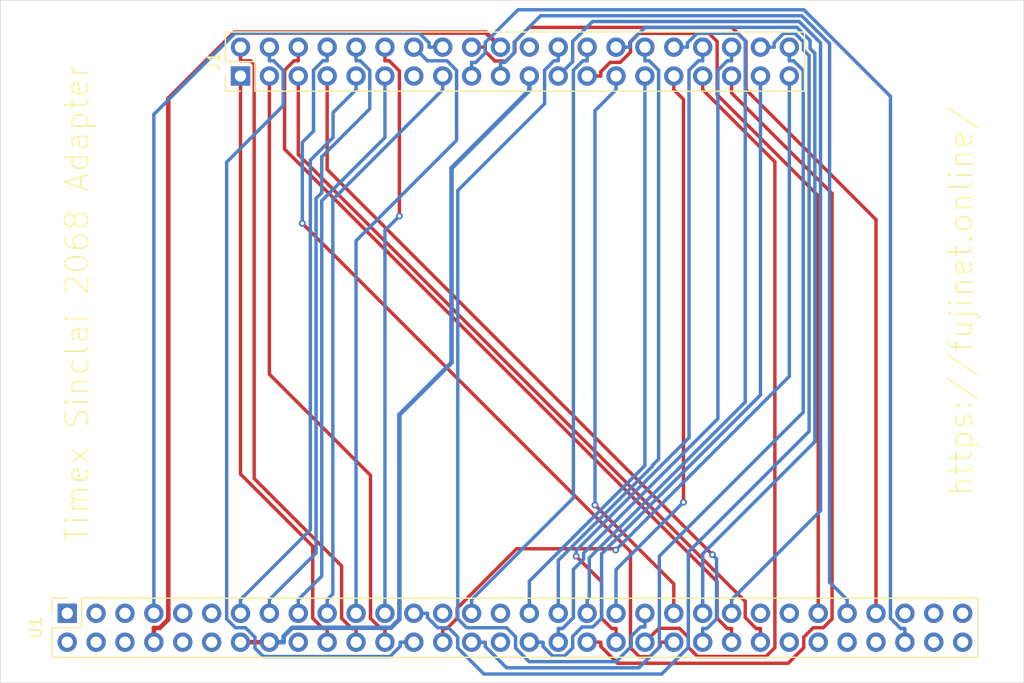
<source format=kicad_pcb>
(kicad_pcb (version 20240108) (generator "pcbnew") (generator_version "8.0")
  (layers (0 "F.Cu" signal) (31 "B.Cu" signal) (34 "B.Paste" user) (35 "F.Paste" user) (36 "B.SilkS" user "B.Silkscreen") (37 "F.SilkS" user "F.Silkscreen") (38 "B.Mask" user) (39 "F.Mask" user) (44 "Edge.Cuts" user))
  (net 0 "")
  (net 1 "/Z80_A10")
  (net 2 "/Z80_A9")
  (net 3 "/IORQ")
  (net 4 "/SPARE2")
  (net 5 "/WAIT")
  (net 6 "/Z80_A8")
  (net 7 "/SPARE4")
  (net 8 "/Z80_D3")
  (net 9 "/Z80_D0")
  (net 10 "/Z80_D2")
  (net 11 "/Z80_D6")
  (net 12 "/Z80_A13")
  (net 13 "/5V")
  (net 14 "/Z80_A7")
  (net 15 "/ROMCS")
  (net 16 "/BUSACK")
  (net 17 "/RD")
  (net 18 "/SPARE3")
  (net 19 "/Z80_A1")
  (net 20 "/Z80_A5")
  (net 21 "/Z80_A6")
  (net 22 "/GND")
  (net 23 "/MEMRQ")
  (net 24 "/RESET")
  (net 25 "/Z80_D1")
  (net 26 "/Z80_A12")
  (net 27 "/BUSRQ")
  (net 28 "/Z80_A0")
  (net 29 "/Z80_A4")
  (net 30 "/Z80_D7")
  (net 31 "/Z80_D4")
  (net 32 "/RW")
  (net 33 "/Z80_A3")
  (net 34 "/Z80_D5")
  (net 35 "/Z80_A14")
  (net 36 "/Z80_A15")
  (net 37 "/Z80_A11")
  (net 38 "/SPARE1")
  (net 39 "/Z80_A2")
  (net 40 "/NMI")
  (footprint "Connector_PinHeader_2.54mm:PinHeader_2x20_P2.54mm_Vertical" (layer "F.Cu") (at 77.724 97.536 90)
    (property "Reference" "J1" (at 1.27 -2.33 90) (layer "F.SilkS"))
    (property "Value" "HOST SYSTEM HEADER" (hide yes))
    (fp_line (start 3.87 -1.33) (end 3.87 49.59) (stroke (width 0.12)) (layer "F.SilkS"))
    (fp_line (start 1.27 -1.33) (end 3.87 -1.33) (stroke (width 0.12)) (layer "F.SilkS"))
    (fp_line (start -1.33 -1.33) (end 0 -1.33) (stroke (width 0.12)) (layer "F.SilkS"))
    (fp_line (start -1.33 0) (end -1.33 -1.33) (stroke (width 0.12)) (layer "F.SilkS"))
    (fp_line (start 1.27 1.27) (end 1.27 -1.33) (stroke (width 0.12)) (layer "F.SilkS"))
    (fp_line (start -1.33 1.27) (end 1.27 1.27) (stroke (width 0.12)) (layer "F.SilkS"))
    (fp_line (start -1.33 1.27) (end -1.33 49.59) (stroke (width 0.12)) (layer "F.SilkS"))
    (fp_line (start -1.33 49.59) (end 3.87 49.59) (stroke (width 0.12)) (layer "F.SilkS"))
    (pad "1" thru_hole rect (at 0 0 90) (size 1.7 1.7) (drill 1) (layers "*.Cu" "*.Mask") (net 28 "/Z80_A0"))
    (pad "2" thru_hole oval (at 2.54 0 90) (size 1.7 1.7) (drill 1) (layers "*.Cu" "*.Mask") (net 19 "/Z80_A1"))
    (pad "3" thru_hole oval (at 0 2.54 90) (size 1.7 1.7) (drill 1) (layers "*.Cu" "*.Mask") (net 39 "/Z80_A2"))
    (pad "4" thru_hole oval (at 2.54 2.54 90) (size 1.7 1.7) (drill 1) (layers "*.Cu" "*.Mask") (net 33 "/Z80_A3"))
    (pad "5" thru_hole oval (at 0 5.08 90) (size 1.7 1.7) (drill 1) (layers "*.Cu" "*.Mask") (net 29 "/Z80_A4"))
    (pad "6" thru_hole oval (at 2.54 5.08 90) (size 1.7 1.7) (drill 1) (layers "*.Cu" "*.Mask") (net 20 "/Z80_A5"))
    (pad "7" thru_hole oval (at 0 7.62 90) (size 1.7 1.7) (drill 1) (layers "*.Cu" "*.Mask") (net 21 "/Z80_A6"))
    (pad "8" thru_hole oval (at 2.54 7.62 90) (size 1.7 1.7) (drill 1) (layers "*.Cu" "*.Mask") (net 14 "/Z80_A7"))
    (pad "9" thru_hole oval (at 0 10.16 90) (size 1.7 1.7) (drill 1) (layers "*.Cu" "*.Mask") (net 9 "/Z80_D0"))
    (pad "10" thru_hole oval (at 2.54 10.16 90) (size 1.7 1.7) (drill 1) (layers "*.Cu" "*.Mask") (net 25 "/Z80_D1"))
    (pad "11" thru_hole oval (at 0 12.7 90) (size 1.7 1.7) (drill 1) (layers "*.Cu" "*.Mask") (net 10 "/Z80_D2"))
    (pad "12" thru_hole oval (at 2.54 12.7 90) (size 1.7 1.7) (drill 1) (layers "*.Cu" "*.Mask") (net 8 "/Z80_D3"))
    (pad "13" thru_hole oval (at 0 15.24 90) (size 1.7 1.7) (drill 1) (layers "*.Cu" "*.Mask") (net 31 "/Z80_D4"))
    (pad "14" thru_hole oval (at 2.54 15.24 90) (size 1.7 1.7) (drill 1) (layers "*.Cu" "*.Mask") (net 34 "/Z80_D5"))
    (pad "15" thru_hole oval (at 0 17.78 90) (size 1.7 1.7) (drill 1) (layers "*.Cu" "*.Mask") (net 11 "/Z80_D6"))
    (pad "16" thru_hole oval (at 2.54 17.78 90) (size 1.7 1.7) (drill 1) (layers "*.Cu" "*.Mask") (net 30 "/Z80_D7"))
    (pad "17" thru_hole oval (at 0 20.32 90) (size 1.7 1.7) (drill 1) (layers "*.Cu" "*.Mask") (net 38 "/SPARE1"))
    (pad "18" thru_hole oval (at 2.54 20.32 90) (size 1.7 1.7) (drill 1) (layers "*.Cu" "*.Mask") (net 4 "/SPARE2"))
    (pad "19" thru_hole oval (at 0 22.86 90) (size 1.7 1.7) (drill 1) (layers "*.Cu" "*.Mask") (net 18 "/SPARE3"))
    (pad "20" thru_hole oval (at 2.54 22.86 90) (size 1.7 1.7) (drill 1) (layers "*.Cu" "*.Mask") (net 13 "/5V"))
    (pad "21" thru_hole oval (at 0 25.4 90) (size 1.7 1.7) (drill 1) (layers "*.Cu" "*.Mask") (net 22 "/GND"))
    (pad "22" thru_hole oval (at 2.54 25.4 90) (size 1.7 1.7) (drill 1) (layers "*.Cu" "*.Mask") (net 7 "/SPARE4"))
    (pad "23" thru_hole oval (at 0 27.94 90) (size 1.7 1.7) (drill 1) (layers "*.Cu" "*.Mask") (net 24 "/RESET"))
    (pad "24" thru_hole oval (at 2.54 27.94 90) (size 1.7 1.7) (drill 1) (layers "*.Cu" "*.Mask") (net 16 "/BUSACK"))
    (pad "25" thru_hole oval (at 0 30.48 90) (size 1.7 1.7) (drill 1) (layers "*.Cu" "*.Mask") (net 15 "/ROMCS"))
    (pad "26" thru_hole oval (at 2.54 30.48 90) (size 1.7 1.7) (drill 1) (layers "*.Cu" "*.Mask") (net 40 "/NMI"))
    (pad "27" thru_hole oval (at 0 33.02 90) (size 1.7 1.7) (drill 1) (layers "*.Cu" "*.Mask") (net 5 "/WAIT"))
    (pad "28" thru_hole oval (at 2.54 33.02 90) (size 1.7 1.7) (drill 1) (layers "*.Cu" "*.Mask") (net 27 "/BUSRQ"))
    (pad "29" thru_hole oval (at 0 35.56 90) (size 1.7 1.7) (drill 1) (layers "*.Cu" "*.Mask") (net 23 "/MEMRQ"))
    (pad "30" thru_hole oval (at 2.54 35.56 90) (size 1.7 1.7) (drill 1) (layers "*.Cu" "*.Mask") (net 3 "/IORQ"))
    (pad "31" thru_hole oval (at 0 38.1 90) (size 1.7 1.7) (drill 1) (layers "*.Cu" "*.Mask") (net 32 "/RW"))
    (pad "32" thru_hole oval (at 2.54 38.1 90) (size 1.7 1.7) (drill 1) (layers "*.Cu" "*.Mask") (net 17 "/RD"))
    (pad "33" thru_hole oval (at 0 40.64 90) (size 1.7 1.7) (drill 1) (layers "*.Cu" "*.Mask") (net 6 "/Z80_A8"))
    (pad "34" thru_hole oval (at 2.54 40.64 90) (size 1.7 1.7) (drill 1) (layers "*.Cu" "*.Mask") (net 2 "/Z80_A9"))
    (pad "35" thru_hole oval (at 0 43.18 90) (size 1.7 1.7) (drill 1) (layers "*.Cu" "*.Mask") (net 1 "/Z80_A10"))
    (pad "36" thru_hole oval (at 2.54 43.18 90) (size 1.7 1.7) (drill 1) (layers "*.Cu" "*.Mask") (net 37 "/Z80_A11"))
    (pad "37" thru_hole oval (at 0 45.72 90) (size 1.7 1.7) (drill 1) (layers "*.Cu" "*.Mask") (net 26 "/Z80_A12"))
    (pad "38" thru_hole oval (at 2.54 45.72 90) (size 1.7 1.7) (drill 1) (layers "*.Cu" "*.Mask") (net 12 "/Z80_A13"))
    (pad "39" thru_hole oval (at 0 48.26 90) (size 1.7 1.7) (drill 1) (layers "*.Cu" "*.Mask") (net 35 "/Z80_A14"))
    (pad "40" thru_hole oval (at 2.54 48.26 90) (size 1.7 1.7) (drill 1) (layers "*.Cu" "*.Mask") (net 36 "/Z80_A15"))
  )
  (footprint "Connector_PinSocket_2.54mm:PinSocket_2x32_P2.54mm_Vertical" (layer "F.Cu") (at 62.484 144.78 90)
    (property "Reference" "U1" (at -1.27 -2.77 90) (layer "F.SilkS"))
    (property "Value" "~")
    (fp_line (start 1.33 -1.33) (end 1.33 0) (stroke (width 0.12)) (layer "F.SilkS"))
    (fp_line (start 0 -1.33) (end 1.33 -1.33) (stroke (width 0.12)) (layer "F.SilkS"))
    (fp_line (start -1.27 -1.33) (end -1.27 1.27) (stroke (width 0.12)) (layer "F.SilkS"))
    (fp_line (start -3.87 -1.33) (end -1.27 -1.33) (stroke (width 0.12)) (layer "F.SilkS"))
    (fp_line (start -3.87 -1.33) (end -3.87 80.07) (stroke (width 0.12)) (layer "F.SilkS"))
    (fp_line (start 1.33 1.27) (end 1.33 80.07) (stroke (width 0.12)) (layer "F.SilkS"))
    (fp_line (start -1.27 1.27) (end 1.33 1.27) (stroke (width 0.12)) (layer "F.SilkS"))
    (fp_line (start -3.87 80.07) (end 1.33 80.07) (stroke (width 0.12)) (layer "F.SilkS"))
    (pad "1" thru_hole rect (at 0 0 90) (size 1.7 1.7) (drill 1) (layers "*.Cu" "*.Mask"))
    (pad "2" thru_hole oval (at -2.54 0 90) (size 1.7 1.7) (drill 1) (layers "*.Cu" "*.Mask"))
    (pad "3" thru_hole oval (at 0 2.54 90) (size 1.7 1.7) (drill 1) (layers "*.Cu" "*.Mask"))
    (pad "4" thru_hole oval (at -2.54 2.54 90) (size 1.7 1.7) (drill 1) (layers "*.Cu" "*.Mask"))
    (pad "5" thru_hole oval (at 0 5.08 90) (size 1.7 1.7) (drill 1) (layers "*.Cu" "*.Mask"))
    (pad "6" thru_hole oval (at -2.54 5.08 90) (size 1.7 1.7) (drill 1) (layers "*.Cu" "*.Mask"))
    (pad "7" thru_hole oval (at 0 7.62 90) (size 1.7 1.7) (drill 1) (layers "*.Cu" "*.Mask") (net 30 "/Z80_D7"))
    (pad "8" thru_hole oval (at -2.54 7.62 90) (size 1.7 1.7) (drill 1) (layers "*.Cu" "*.Mask") (net 13 "/5V"))
    (pad "9" thru_hole oval (at 0 10.16 90) (size 1.7 1.7) (drill 1) (layers "*.Cu" "*.Mask"))
    (pad "10" thru_hole oval (at -2.54 10.16 90) (size 1.7 1.7) (drill 1) (layers "*.Cu" "*.Mask"))
    (pad "11" thru_hole oval (at 0 12.7 90) (size 1.7 1.7) (drill 1) (layers "*.Cu" "*.Mask"))
    (pad "12" thru_hole oval (at -2.54 12.7 90) (size 1.7 1.7) (drill 1) (layers "*.Cu" "*.Mask"))
    (pad "13" thru_hole oval (at 0 15.24 90) (size 1.7 1.7) (drill 1) (layers "*.Cu" "*.Mask") (net 9 "/Z80_D0"))
    (pad "14" thru_hole oval (at -2.54 15.24 90) (size 1.7 1.7) (drill 1) (layers "*.Cu" "*.Mask") (net 22 "/GND"))
    (pad "15" thru_hole oval (at 0 17.78 90) (size 1.7 1.7) (drill 1) (layers "*.Cu" "*.Mask") (net 25 "/Z80_D1"))
    (pad "16" thru_hole oval (at -2.54 17.78 90) (size 1.7 1.7) (drill 1) (layers "*.Cu" "*.Mask") (net 22 "/GND"))
    (pad "17" thru_hole oval (at 0 20.32 90) (size 1.7 1.7) (drill 1) (layers "*.Cu" "*.Mask") (net 10 "/Z80_D2"))
    (pad "18" thru_hole oval (at -2.54 20.32 90) (size 1.7 1.7) (drill 1) (layers "*.Cu" "*.Mask"))
    (pad "19" thru_hole oval (at 0 22.86 90) (size 1.7 1.7) (drill 1) (layers "*.Cu" "*.Mask") (net 11 "/Z80_D6"))
    (pad "20" thru_hole oval (at -2.54 22.86 90) (size 1.7 1.7) (drill 1) (layers "*.Cu" "*.Mask") (net 28 "/Z80_A0"))
    (pad "21" thru_hole oval (at 0 25.4 90) (size 1.7 1.7) (drill 1) (layers "*.Cu" "*.Mask") (net 34 "/Z80_D5"))
    (pad "22" thru_hole oval (at -2.54 25.4 90) (size 1.7 1.7) (drill 1) (layers "*.Cu" "*.Mask") (net 19 "/Z80_A1"))
    (pad "23" thru_hole oval (at 0 27.94 90) (size 1.7 1.7) (drill 1) (layers "*.Cu" "*.Mask") (net 8 "/Z80_D3"))
    (pad "24" thru_hole oval (at -2.54 27.94 90) (size 1.7 1.7) (drill 1) (layers "*.Cu" "*.Mask") (net 39 "/Z80_A2"))
    (pad "25" thru_hole oval (at 0 30.48 90) (size 1.7 1.7) (drill 1) (layers "*.Cu" "*.Mask") (net 12 "/Z80_A13"))
    (pad "26" thru_hole oval (at -2.54 30.48 90) (size 1.7 1.7) (drill 1) (layers "*.Cu" "*.Mask") (net 33 "/Z80_A3"))
    (pad "27" thru_hole oval (at 0 33.02 90) (size 1.7 1.7) (drill 1) (layers "*.Cu" "*.Mask"))
    (pad "28" thru_hole oval (at -2.54 33.02 90) (size 1.7 1.7) (drill 1) (layers "*.Cu" "*.Mask") (net 35 "/Z80_A14"))
    (pad "29" thru_hole oval (at 0 35.56 90) (size 1.7 1.7) (drill 1) (layers "*.Cu" "*.Mask") (net 40 "/NMI"))
    (pad "30" thru_hole oval (at -2.54 35.56 90) (size 1.7 1.7) (drill 1) (layers "*.Cu" "*.Mask") (net 36 "/Z80_A15"))
    (pad "31" thru_hole oval (at 0 38.1 90) (size 1.7 1.7) (drill 1) (layers "*.Cu" "*.Mask"))
    (pad "32" thru_hole oval (at -2.54 38.1 90) (size 1.7 1.7) (drill 1) (layers "*.Cu" "*.Mask"))
    (pad "33" thru_hole oval (at 0 40.64 90) (size 1.7 1.7) (drill 1) (layers "*.Cu" "*.Mask") (net 23 "/MEMRQ"))
    (pad "34" thru_hole oval (at -2.54 40.64 90) (size 1.7 1.7) (drill 1) (layers "*.Cu" "*.Mask") (net 26 "/Z80_A12"))
    (pad "35" thru_hole oval (at 0 43.18 90) (size 1.7 1.7) (drill 1) (layers "*.Cu" "*.Mask") (net 3 "/IORQ"))
    (pad "36" thru_hole oval (at -2.54 43.18 90) (size 1.7 1.7) (drill 1) (layers "*.Cu" "*.Mask") (net 37 "/Z80_A11"))
    (pad "37" thru_hole oval (at 0 45.72 90) (size 1.7 1.7) (drill 1) (layers "*.Cu" "*.Mask") (net 17 "/RD"))
    (pad "38" thru_hole oval (at -2.54 45.72 90) (size 1.7 1.7) (drill 1) (layers "*.Cu" "*.Mask") (net 1 "/Z80_A10"))
    (pad "39" thru_hole oval (at 0 48.26 90) (size 1.7 1.7) (drill 1) (layers "*.Cu" "*.Mask") (net 32 "/RW"))
    (pad "40" thru_hole oval (at -2.54 48.26 90) (size 1.7 1.7) (drill 1) (layers "*.Cu" "*.Mask") (net 2 "/Z80_A9"))
    (pad "41" thru_hole oval (at 0 50.8 90) (size 1.7 1.7) (drill 1) (layers "*.Cu" "*.Mask") (net 16 "/BUSACK"))
    (pad "42" thru_hole oval (at -2.54 50.8 90) (size 1.7 1.7) (drill 1) (layers "*.Cu" "*.Mask") (net 6 "/Z80_A8"))
    (pad "43" thru_hole oval (at 0 53.34 90) (size 1.7 1.7) (drill 1) (layers "*.Cu" "*.Mask") (net 5 "/WAIT"))
    (pad "44" thru_hole oval (at -2.54 53.34 90) (size 1.7 1.7) (drill 1) (layers "*.Cu" "*.Mask") (net 14 "/Z80_A7"))
    (pad "45" thru_hole oval (at 0 55.88 90) (size 1.7 1.7) (drill 1) (layers "*.Cu" "*.Mask") (net 27 "/BUSRQ"))
    (pad "46" thru_hole oval (at -2.54 55.88 90) (size 1.7 1.7) (drill 1) (layers "*.Cu" "*.Mask") (net 21 "/Z80_A6"))
    (pad "47" thru_hole oval (at 0 58.42 90) (size 1.7 1.7) (drill 1) (layers "*.Cu" "*.Mask") (net 24 "/RESET"))
    (pad "48" thru_hole oval (at -2.54 58.42 90) (size 1.7 1.7) (drill 1) (layers "*.Cu" "*.Mask") (net 20 "/Z80_A5"))
    (pad "49" thru_hole oval (at 0 60.96 90) (size 1.7 1.7) (drill 1) (layers "*.Cu" "*.Mask"))
    (pad "50" thru_hole oval (at -2.54 60.96 90) (size 1.7 1.7) (drill 1) (layers "*.Cu" "*.Mask") (net 29 "/Z80_A4"))
    (pad "51" thru_hole oval (at 0 63.5 90) (size 1.7 1.7) (drill 1) (layers "*.Cu" "*.Mask"))
    (pad "52" thru_hole oval (at -2.54 63.5 90) (size 1.7 1.7) (drill 1) (layers "*.Cu" "*.Mask"))
    (pad "53" thru_hole oval (at 0 66.04 90) (size 1.7 1.7) (drill 1) (layers "*.Cu" "*.Mask") (net 15 "/ROMCS"))
    (pad "54" thru_hole oval (at -2.54 66.04 90) (size 1.7 1.7) (drill 1) (layers "*.Cu" "*.Mask"))
    (pad "55" thru_hole oval (at 0 68.58 90) (size 1.7 1.7) (drill 1) (layers "*.Cu" "*.Mask") (net 18 "/SPARE3"))
    (pad "56" thru_hole oval (at -2.54 68.58 90) (size 1.7 1.7) (drill 1) (layers "*.Cu" "*.Mask"))
    (pad "57" thru_hole oval (at 0 71.12 90) (size 1.7 1.7) (drill 1) (layers "*.Cu" "*.Mask") (net 4 "/SPARE2"))
    (pad "58" thru_hole oval (at -2.54 71.12 90) (size 1.7 1.7) (drill 1) (layers "*.Cu" "*.Mask"))
    (pad "59" thru_hole oval (at 0 73.66 90) (size 1.7 1.7) (drill 1) (layers "*.Cu" "*.Mask"))
    (pad "60" thru_hole oval (at -2.54 73.66 90) (size 1.7 1.7) (drill 1) (layers "*.Cu" "*.Mask") (net 38 "/SPARE1"))
    (pad "61" thru_hole oval (at 0 76.2 90) (size 1.7 1.7) (drill 1) (layers "*.Cu" "*.Mask"))
    (pad "62" thru_hole oval (at -2.54 76.2 90) (size 1.7 1.7) (drill 1) (layers "*.Cu" "*.Mask"))
    (pad "63" thru_hole oval (at 0 78.74 90) (size 1.7 1.7) (drill 1) (layers "*.Cu" "*.Mask"))
    (pad "64" thru_hole oval (at -2.54 78.74 90) (size 1.7 1.7) (drill 1) (layers "*.Cu" "*.Mask"))
  )
  (gr_rect (start 56.6 90.876) (end 146.6 150.876) (stroke (width 0.05)) (fill none) (layer "Edge.Cuts"))
  (gr_text "Timex Sinclai 2068 Adapter" (at 64.516 138.684 90) (layer "F.SilkS") (effects (font (size 2 2)) (justify left bottom)))
  (gr_text "https://fujinet.online/" (at 142.24 134.62 90) (layer "F.SilkS") (effects (font (size 2 2)) (justify left bottom)))
  (segment (start 109.4057 147.6935) (end 110.8847 149.1725) (width 0.3) (layer "F.Cu") (net 1))
  (segment (start 110.8847 149.1725) (end 125.8816 149.1725) (width 0.3) (layer "F.Cu") (net 1))
  (segment (start 127.254 146.8766) (end 128.0806 146.05) (width 0.3) (layer "F.Cu") (net 1))
  (segment (start 129.7409 145.2764) (end 129.7409 107.8623) (width 0.3) (layer "F.Cu") (net 1))
  (segment (start 128.0806 146.05) (end 128.9673 146.05) (width 0.3) (layer "F.Cu") (net 1))
  (segment (start 125.8816 149.1725) (end 127.254 147.8001) (width 0.3) (layer "F.Cu") (net 1))
  (segment (start 109.4057 147.32) (end 109.4057 147.6935) (width 0.3) (layer "F.Cu") (net 1))
  (segment (start 120.904 99.0254) (end 120.904 97.536) (width 0.3) (layer "F.Cu") (net 1))
  (segment (start 108.204 147.32) (end 109.4057 147.32) (width 0.3) (layer "F.Cu") (net 1))
  (segment (start 127.254 147.8001) (end 127.254 146.8766) (width 0.3) (layer "F.Cu") (net 1))
  (segment (start 128.9673 146.05) (end 129.7409 145.2764) (width 0.3) (layer "F.Cu") (net 1))
  (segment (start 129.7409 107.8623) (end 120.904 99.0254) (width 0.3) (layer "F.Cu") (net 1))
  (segment (start 107.2391 139.7586) (end 109.4739 141.9934) (width 0.3) (layer "F.Cu") (net 2))
  (segment (start 110.3705 146.1183) (end 110.744 146.1183) (width 0.3) (layer "F.Cu") (net 2))
  (segment (start 110.744 147.32) (end 110.744 146.1183) (width 0.3) (layer "F.Cu") (net 2))
  (segment (start 109.4739 145.2217) (end 110.3705 146.1183) (width 0.3) (layer "F.Cu") (net 2))
  (segment (start 109.4739 141.9934) (end 109.4739 145.2217) (width 0.3) (layer "F.Cu") (net 2))
  (via (at 107.2391 139.7586) (size 0.6) (drill 0.3) (layers "F.Cu" "B.Cu") (net 2))
  (segment (start 117.1623 97.0238) (end 117.1623 129.3463) (width 0.3) (layer "B.Cu") (net 2))
  (segment (start 118.364 94.996) (end 118.364 96.1977) (width 0.3) (layer "B.Cu") (net 2))
  (segment (start 107.2391 139.2695) (end 107.2391 139.7586) (width 0.3) (layer "B.Cu") (net 2))
  (segment (start 117.9884 96.1977) (end 117.1623 97.0238) (width 0.3) (layer "B.Cu") (net 2))
  (segment (start 117.1623 129.3463) (end 107.2391 139.2695) (width 0.3) (layer "B.Cu") (net 2))
  (segment (start 118.364 96.1977) (end 117.9884 96.1977) (width 0.3) (layer "B.Cu") (net 2))
  (segment (start 113.284 94.996) (end 113.284 96.1977) (width 0.3) (layer "B.Cu") (net 3))
  (segment (start 113.9858 131.7288) (end 113.9858 131.8134) (width 0.3) (layer "B.Cu") (net 3))
  (segment (start 113.9858 131.8134) (end 105.664 140.1352) (width 0.3) (layer "B.Cu") (net 3))
  (segment (start 105.664 140.1352) (end 105.664 143.5783) (width 0.3) (layer "B.Cu") (net 3))
  (segment (start 105.664 144.78) (end 105.664 143.5783) (width 0.3) (layer "B.Cu") (net 3))
  (segment (start 114.4874 97.0276) (end 114.4874 131.2272) (width 0.3) (layer "B.Cu") (net 3))
  (segment (start 114.4874 131.2272) (end 113.9858 131.7288) (width 0.3) (layer "B.Cu") (net 3))
  (segment (start 113.6575 96.1977) (end 114.4874 97.0276) (width 0.3) (layer "B.Cu") (net 3))
  (segment (start 113.284 96.1977) (end 113.6575 96.1977) (width 0.3) (layer "B.Cu") (net 3))
  (segment (start 100.0885 96.2143) (end 101.079 96.2143) (width 0.3) (layer "F.Cu") (net 4))
  (segment (start 99.2457 95.3715) (end 100.0885 96.2143) (width 0.3) (layer "F.Cu") (net 4))
  (segment (start 99.2457 94.996) (end 99.2457 95.3715) (width 0.3) (layer "F.Cu") (net 4))
  (segment (start 133.604 110.1662) (end 133.604 144.78) (width 0.3) (layer "F.Cu") (net 4))
  (segment (start 101.854 95.4393) (end 101.854 94.5148) (width 0.3) (layer "F.Cu") (net 4))
  (segment (start 122.174 98.7362) (end 133.604 110.1662) (width 0.3) (layer "F.Cu") (net 4))
  (segment (start 103.1093 93.2595) (end 120.9358 93.2595) (width 0.3) (layer "F.Cu") (net 4))
  (segment (start 101.854 94.5148) (end 103.1093 93.2595) (width 0.3) (layer "F.Cu") (net 4))
  (segment (start 122.174 94.4977) (end 122.174 98.7362) (width 0.3) (layer "F.Cu") (net 4))
  (segment (start 98.044 94.996) (end 99.2457 94.996) (width 0.3) (layer "F.Cu") (net 4))
  (segment (start 120.9358 93.2595) (end 122.174 94.4977) (width 0.3) (layer "F.Cu") (net 4))
  (segment (start 101.079 96.2143) (end 101.854 95.4393) (width 0.3) (layer "F.Cu") (net 4))
  (segment (start 115.824 142.1936) (end 108.8951 135.2647) (width 0.3) (layer "F.Cu") (net 5))
  (segment (start 115.824 143.5783) (end 115.824 142.1936) (width 0.3) (layer "F.Cu") (net 5))
  (segment (start 115.824 144.78) (end 115.824 143.5783) (width 0.3) (layer "F.Cu") (net 5))
  (via (at 108.8951 135.2647) (size 0.6) (drill 0.3) (layers "F.Cu" "B.Cu") (net 5))
  (segment (start 108.8951 100.5866) (end 108.8951 135.2647) (width 0.3) (layer "B.Cu") (net 5))
  (segment (start 110.744 97.536) (end 110.744 98.7377) (width 0.3) (layer "B.Cu") (net 5))
  (segment (start 110.744 98.7377) (end 108.8951 100.5866) (width 0.3) (layer "B.Cu") (net 5))
  (segment (start 116.319 146.1017) (end 114.5023 146.1017) (width 0.3) (layer "F.Cu") (net 6))
  (segment (start 117.9158 148.5802) (end 117.094 147.7584) (width 0.3) (layer "F.Cu") (net 6))
  (segment (start 124.7125 147.7976) (end 123.9299 148.5802) (width 0.3) (layer "F.Cu") (net 6))
  (segment (start 117.094 147.7584) (end 117.094 146.8767) (width 0.3) (layer "F.Cu") (net 6))
  (segment (start 124.7125 105.0862) (end 124.7125 147.7976) (width 0.3) (layer "F.Cu") (net 6))
  (segment (start 123.9299 148.5802) (end 117.9158 148.5802) (width 0.3) (layer "F.Cu") (net 6))
  (segment (start 114.5023 146.1017) (end 113.284 147.32) (width 0.3) (layer "F.Cu") (net 6))
  (segment (start 118.364 97.536) (end 118.364 98.7377) (width 0.3) (layer "F.Cu") (net 6))
  (segment (start 118.364 98.7377) (end 124.7125 105.0862) (width 0.3) (layer "F.Cu") (net 6))
  (segment (start 117.094 146.8767) (end 116.319 146.1017) (width 0.3) (layer "F.Cu") (net 6))
  (segment (start 90.424 96.1977) (end 90.7995 96.1977) (width 0.3) (layer "F.Cu") (net 8))
  (segment (start 91.694 97.0922) (end 91.694 109.8475) (width 0.3) (layer "F.Cu") (net 8))
  (segment (start 90.424 94.996) (end 90.424 96.1977) (width 0.3) (layer "F.Cu") (net 8))
  (segment (start 90.7995 96.1977) (end 91.694 97.0922) (width 0.3) (layer "F.Cu") (net 8))
  (via (at 91.694 109.8475) (size 0.6) (drill 0.3) (layers "F.Cu" "B.Cu") (net 8))
  (segment (start 90.424 144.78) (end 90.424 111.1175) (width 0.3) (layer "B.Cu") (net 8))
  (segment (start 90.424 111.1175) (end 91.694 109.8475) (width 0.3) (layer "B.Cu") (net 8))
  (segment (start 87.884 98.7377) (end 85.8632 100.7585) (width 0.3) (layer "B.Cu") (net 9))
  (segment (start 77.724 144.78) (end 77.724 143.5783) (width 0.3) (layer "B.Cu") (net 9))
  (segment (start 87.884 97.536) (end 87.884 98.7377) (width 0.3) (layer "B.Cu") (net 9))
  (segment (start 85.8632 102.9449) (end 83.8638 104.9443) (width 0.3) (layer "B.Cu") (net 9))
  (segment (start 85.8632 100.7585) (end 85.8632 102.9449) (width 0.3) (layer "B.Cu") (net 9))
  (segment (start 83.8638 104.9443) (end 83.8638 137.4385) (width 0.3) (layer "B.Cu") (net 9))
  (segment (start 83.8638 137.4385) (end 77.724 143.5783) (width 0.3) (layer "B.Cu") (net 9))
  (segment (start 82.804 143.5783) (end 84.8672 141.5151) (width 0.3) (layer "B.Cu") (net 10))
  (segment (start 84.8672 108.5048) (end 90.424 102.948) (width 0.3) (layer "B.Cu") (net 10))
  (segment (start 90.424 97.536) (end 90.424 98.7377) (width 0.3) (layer "B.Cu") (net 10))
  (segment (start 84.8672 141.5151) (end 84.8672 108.5048) (width 0.3) (layer "B.Cu") (net 10))
  (segment (start 82.804 144.78) (end 82.804 143.5783) (width 0.3) (layer "B.Cu") (net 10))
  (segment (start 90.424 102.948) (end 90.424 98.7377) (width 0.3) (layer "B.Cu") (net 10))
  (segment (start 95.504 98.7377) (end 85.8419 108.3998) (width 0.3) (layer "B.Cu") (net 11))
  (segment (start 85.8419 108.3998) (end 85.8419 143.0804) (width 0.3) (layer "B.Cu") (net 11))
  (segment (start 95.504 97.536) (end 95.504 98.7377) (width 0.3) (layer "B.Cu") (net 11))
  (segment (start 85.344 144.78) (end 85.344 143.5783) (width 0.3) (layer "B.Cu") (net 11))
  (segment (start 85.8419 143.0804) (end 85.344 143.5783) (width 0.3) (layer "B.Cu") (net 11))
  (segment (start 94.1657 145.1535) (end 95.0622 146.05) (width 0.3) (layer "B.Cu") (net 12))
  (segment (start 117.1 139.3992) (end 127.7225 128.7767) (width 0.3) (layer "B.Cu") (net 12))
  (segment (start 114.7609 150.1199) (end 117.1 147.7808) (width 0.3) (layer "B.Cu") (net 12))
  (segment (start 94.1657 144.78) (end 94.1657 145.1535) (width 0.3) (layer "B.Cu") (net 12))
  (segment (start 123.444 94.996) (end 124.6457 94.996) (width 0.3) (layer "B.Cu") (net 12))
  (segment (start 92.964 144.78) (end 94.1657 144.78) (width 0.3) (layer "B.Cu") (net 12))
  (segment (start 127.7225 95.7405) (end 127.2223 95.2403) (width 0.3) (layer "B.Cu") (net 12))
  (segment (start 125.482 93.7842) (end 124.6457 94.6205) (width 0.3) (layer "B.Cu") (net 12))
  (segment (start 96.0161 146.05) (end 96.8261 146.86) (width 0.3) (layer "B.Cu") (net 12))
  (segment (start 127.7225 128.7767) (end 127.7225 95.7405) (width 0.3) (layer "B.Cu") (net 12))
  (segment (start 127.2223 94.5329) (end 126.4736 93.7842) (width 0.3) (layer "B.Cu") (net 12))
  (segment (start 124.6457 94.6205) (end 124.6457 94.996) (width 0.3) (layer "B.Cu") (net 12))
  (segment (start 117.1 147.7808) (end 117.1 139.3992) (width 0.3) (layer "B.Cu") (net 12))
  (segment (start 96.8261 147.8196) (end 99.1264 150.1199) (width 0.3) (layer "B.Cu") (net 12))
  (segment (start 96.8261 146.86) (end 96.8261 147.8196) (width 0.3) (layer "B.Cu") (net 12))
  (segment (start 127.2223 95.2403) (end 127.2223 94.5329) (width 0.3) (layer "B.Cu") (net 12))
  (segment (start 126.4736 93.7842) (end 125.482 93.7842) (width 0.3) (layer "B.Cu") (net 12))
  (segment (start 99.1264 150.1199) (end 114.7609 150.1199) (width 0.3) (layer "B.Cu") (net 12))
  (segment (start 95.0622 146.05) (end 96.0161 146.05) (width 0.3) (layer "B.Cu") (net 12))
  (segment (start 70.6227 146.0683) (end 70.104 146.0683) (width 0.4) (layer "F.Cu") (net 13))
  (segment (start 77.1863 93.7182) (end 71.374 99.5305) (width 0.4) (layer "F.Cu") (net 13))
  (segment (start 71.374 99.5305) (end 71.374 145.317) (width 0.4) (layer "F.Cu") (net 13))
  (segment (start 99.3062 93.7182) (end 77.1863 93.7182) (width 0.4) (layer "F.Cu") (net 13))
  (segment (start 100.584 94.996) (end 99.3062 93.7182) (width 0.4) (layer "F.Cu") (net 13))
  (segment (start 70.104 147.32) (end 70.104 146.0683) (width 0.4) (layer "F.Cu") (net 13))
  (segment (start 71.374 145.317) (end 70.6227 146.0683) (width 0.4) (layer "F.Cu") (net 13))
  (segment (start 83.1569 110.4908) (end 112.014 139.3479) (width 0.3) (layer "F.Cu") (net 14))
  (segment (start 114.6223 147.6935) (end 114.6223 147.32) (width 0.3) (layer "F.Cu") (net 14))
  (segment (start 113.7203 148.5955) (end 114.6223 147.6935) (width 0.3) (layer "F.Cu") (net 14))
  (segment (start 112.7996 148.5955) (end 113.7203 148.5955) (width 0.3) (layer "F.Cu") (net 14))
  (segment (start 112.014 139.3479) (end 112.014 147.8099) (width 0.3) (layer "F.Cu") (net 14))
  (segment (start 115.824 147.32) (end 114.6223 147.32) (width 0.3) (layer "F.Cu") (net 14))
  (segment (start 112.014 147.8099) (end 112.7996 148.5955) (width 0.3) (layer "F.Cu") (net 14))
  (via (at 83.1569 110.4908) (size 0.6) (drill 0.3) (layers "F.Cu" "B.Cu") (net 14))
  (segment (start 85.344 94.996) (end 85.344 96.1977) (width 0.3) (layer "B.Cu") (net 14))
  (segment (start 84.1423 97.0238) (end 84.1423 102.391) (width 0.3) (layer "B.Cu") (net 14))
  (segment (start 85.344 96.1977) (end 84.9684 96.1977) (width 0.3) (layer "B.Cu") (net 14))
  (segment (start 84.9684 96.1977) (end 84.1423 97.0238) (width 0.3) (layer "B.Cu") (net 14))
  (segment (start 84.1423 102.391) (end 83.1569 103.3764) (width 0.3) (layer "B.Cu") (net 14))
  (segment (start 83.1569 103.3764) (end 83.1569 110.4908) (width 0.3) (layer "B.Cu") (net 14))
  (segment (start 128.524 108.0642) (end 128.524 143.5783) (width 0.3) (layer "F.Cu") (net 15))
  (segment (start 112.7447 93.7841) (end 118.9183 93.7841) (width 0.3) (layer "F.Cu") (net 15))
  (segment (start 128.524 144.78) (end 128.524 143.5783) (width 0.3) (layer "F.Cu") (net 15))
  (segment (start 111.119 96.3343) (end 112.014 95.4393) (width 0.3) (layer "F.Cu") (net 15))
  (segment (start 119.634 94.4998) (end 119.634 99.1742) (width 0.3) (layer "F.Cu") (net 15))
  (segment (start 110.2318 96.3343) (end 111.119 96.3343) (width 0.3) (layer "F.Cu") (net 15))
  (segment (start 108.204 97.536) (end 109.4057 97.536) (width 0.3) (layer "F.Cu") (net 15))
  (segment (start 109.4057 97.1604) (end 110.2318 96.3343) (width 0.3) (layer "F.Cu") (net 15))
  (segment (start 112.014 94.5148) (end 112.7447 93.7841) (width 0.3) (layer "F.Cu") (net 15))
  (segment (start 112.014 95.4393) (end 112.014 94.5148) (width 0.3) (layer "F.Cu") (net 15))
  (segment (start 118.9183 93.7841) (end 119.634 94.4998) (width 0.3) (layer "F.Cu") (net 15))
  (segment (start 109.4057 97.536) (end 109.4057 97.1604) (width 0.3) (layer "F.Cu") (net 15))
  (segment (start 119.634 99.1742) (end 128.524 108.0642) (width 0.3) (layer "F.Cu") (net 15))
  (segment (start 112.0823 147.7006) (end 110.7543 149.0286) (width 0.3) (layer "B.Cu") (net 16))
  (segment (start 101.1212 146.05) (end 97.6123 146.05) (width 0.3) (layer "B.Cu") (net 16))
  (segment (start 112.0823 146.8078) (end 112.0823 147.7006) (width 0.3) (layer "B.Cu") (net 16))
  (segment (start 105.2884 96.1977) (end 105.664 96.1977) (width 0.3) (layer "B.Cu") (net 16))
  (segment (start 96.8304 145.2681) (end 96.8304 107.5996) (width 0.3) (layer "B.Cu") (net 16))
  (segment (start 110.7543 149.0286) (end 103.1018 149.0286) (width 0.3) (layer "B.Cu") (net 16))
  (segment (start 112.9084 145.9817) (end 112.0823 146.8078) (width 0.3) (layer "B.Cu") (net 16))
  (segment (start 104.4623 97.0238) (end 105.2884 96.1977) (width 0.3) (layer "B.Cu") (net 16))
  (segment (start 97.6123 146.05) (end 96.8304 145.2681) (width 0.3) (layer "B.Cu") (net 16))
  (segment (start 113.284 145.9817) (end 112.9084 145.9817) (width 0.3) (layer "B.Cu") (net 16))
  (segment (start 103.1018 149.0286) (end 101.9093 147.8361) (width 0.3) (layer "B.Cu") (net 16))
  (segment (start 113.284 144.78) (end 113.284 145.9817) (width 0.3) (layer "B.Cu") (net 16))
  (segment (start 101.9093 146.8381) (end 101.1212 146.05) (width 0.3) (layer "B.Cu") (net 16))
  (segment (start 104.4623 99.9677) (end 104.4623 97.0238) (width 0.3) (layer "B.Cu") (net 16))
  (segment (start 105.664 94.996) (end 105.664 96.1977) (width 0.3) (layer "B.Cu") (net 16))
  (segment (start 101.9093 147.8361) (end 101.9093 146.8381) (width 0.3) (layer "B.Cu") (net 16))
  (segment (start 96.8304 107.5996) (end 104.4623 99.9677) (width 0.3) (layer "B.Cu") (net 16))
  (segment (start 122.1058 126.1967) (end 108.3925 139.91) (width 0.3) (layer "B.Cu") (net 17))
  (segment (start 108.3925 143.3898) (end 108.204 143.5783) (width 0.3) (layer "B.Cu") (net 17))
  (segment (start 115.824 94.996) (end 117.0257 94.996) (width 0.3) (layer "B.Cu") (net 17))
  (segment (start 108.204 144.78) (end 108.204 143.5783) (width 0.3) (layer "B.Cu") (net 17))
  (segment (start 117.0257 94.996) (end 117.0257 94.6225) (width 0.3) (layer "B.Cu") (net 17))
  (segment (start 108.3925 139.91) (end 108.3925 143.3898) (width 0.3) (layer "B.Cu") (net 17))
  (segment (start 117.0257 94.6225) (end 117.8742 93.774) (width 0.3) (layer "B.Cu") (net 17))
  (segment (start 121.4286 93.774) (end 122.1058 94.4512) (width 0.3) (layer "B.Cu") (net 17))
  (segment (start 117.8742 93.774) (end 121.4286 93.774) (width 0.3) (layer "B.Cu") (net 17))
  (segment (start 122.1058 94.4512) (end 122.1058 126.1967) (width 0.3) (layer "B.Cu") (net 17))
  (segment (start 100.584 96.3343) (end 100.9596 96.3343) (width 0.3) (layer "B.Cu") (net 18))
  (segment (start 131.064 144.78) (end 131.064 143.5783) (width 0.3) (layer "B.Cu") (net 18))
  (segment (start 127.0764 92.2376) (end 129.5221 94.6833) (width 0.3) (layer "B.Cu") (net 18))
  (segment (start 101.7857 95.5082) (end 101.7857 94.5588) (width 0.3) (layer "B.Cu") (net 18))
  (segment (start 100.9596 96.3343) (end 101.7857 95.5082) (width 0.3) (layer "B.Cu") (net 18))
  (segment (start 101.7857 94.5588) (end 104.1069 92.2376) (width 0.3) (layer "B.Cu") (net 18))
  (segment (start 100.584 97.536) (end 100.584 96.3343) (width 0.3) (layer "B.Cu") (net 18))
  (segment (start 104.1069 92.2376) (end 127.0764 92.2376) (width 0.3) (layer "B.Cu") (net 18))
  (segment (start 129.5221 142.0364) (end 131.064 143.5783) (width 0.3) (layer "B.Cu") (net 18))
  (segment (start 129.5221 94.6833) (end 129.5221 142.0364) (width 0.3) (layer "B.Cu") (net 18))
  (segment (start 87.884 147.32) (end 87.884 146.1183) (width 0.3) (layer "F.Cu") (net 19))
  (segment (start 77.724 96.1977) (end 78.6253 96.1977) (width 0.3) (layer "F.Cu") (net 19))
  (segment (start 78.6253 96.1977) (end 78.9257 96.4981) (width 0.3) (layer "F.Cu") (net 19))
  (segment (start 87.5105 146.1183) (end 87.884 146.1183) (width 0.3) (layer "F.Cu") (net 19))
  (segment (start 78.9257 96.4981) (end 78.9257 132.9289) (width 0.3) (layer "F.Cu") (net 19))
  (segment (start 86.614 145.2218) (end 87.5105 146.1183) (width 0.3) (layer "F.Cu") (net 19))
  (segment (start 78.9257 132.9289) (end 86.614 140.6172) (width 0.3) (layer "F.Cu") (net 19))
  (segment (start 77.724 94.996) (end 77.724 96.1977) (width 0.3) (layer "F.Cu") (net 19))
  (segment (start 86.614 140.6172) (end 86.614 145.2218) (width 0.3) (layer "F.Cu") (net 19))
  (segment (start 82.4285 96.1977) (end 82.804 96.1977) (width 0.3) (layer "F.Cu") (net 20))
  (segment (start 81.6018 103.967) (end 81.6018 97.0244) (width 0.3) (layer "F.Cu") (net 20))
  (segment (start 120.5305 146.1183) (end 119.634 145.2218) (width 0.3) (layer "F.Cu") (net 20))
  (segment (start 119.634 141.9992) (end 81.6018 103.967) (width 0.3) (layer "F.Cu") (net 20))
  (segment (start 120.904 146.1183) (end 120.5305 146.1183) (width 0.3) (layer "F.Cu") (net 20))
  (segment (start 120.904 147.32) (end 120.904 146.1183) (width 0.3) (layer "F.Cu") (net 20))
  (segment (start 119.634 145.2218) (end 119.634 141.9992) (width 0.3) (layer "F.Cu") (net 20))
  (segment (start 81.6018 97.0244) (end 82.4285 96.1977) (width 0.3) (layer "F.Cu") (net 20))
  (segment (start 82.804 94.996) (end 82.804 96.1977) (width 0.3) (layer "F.Cu") (net 20))
  (segment (start 85.344 105.7492) (end 85.344 98.7377) (width 0.3) (layer "F.Cu") (net 21))
  (segment (start 85.344 97.536) (end 85.344 98.7377) (width 0.3) (layer "F.Cu") (net 21))
  (segment (start 119.2173 139.6225) (end 85.344 105.7492) (width 0.3) (layer "F.Cu") (net 21))
  (via (at 119.2173 139.6225) (size 0.6) (drill 0.3) (layers "F.Cu" "B.Cu") (net 21))
  (segment (start 119.5819 139.9871) (end 119.5819 145.2739) (width 0.3) (layer "B.Cu") (net 21))
  (segment (start 118.7375 146.1183) (end 118.364 146.1183) (width 0.3) (layer "B.Cu") (net 21))
  (segment (start 119.2173 139.6225) (end 119.5819 139.9871) (width 0.3) (layer "B.Cu") (net 21))
  (segment (start 119.5819 145.2739) (end 118.7375 146.1183) (width 0.3) (layer "B.Cu") (net 21))
  (segment (start 118.364 147.32) (end 118.364 146.1183) (width 0.3) (layer "B.Cu") (net 21))
  (segment (start 80.264 147.32) (end 77.724 147.32) (width 0.4) (layer "F.Cu") (net 22))
  (segment (start 81.5157 146.8013) (end 81.5157 147.32) (width 0.4) (layer "B.Cu") (net 22))
  (segment (start 96.2787 105.633) (end 96.2787 122.7328) (width 0.4) (layer "B.Cu") (net 22))
  (segment (start 103.124 98.7877) (end 96.2787 105.633) (width 0.4) (layer "B.Cu") (net 22))
  (segment (start 91.694 145.3127) (end 90.9567 146.05) (width 0.4) (layer "B.Cu") (net 22))
  (segment (start 80.264 147.32) (end 81.5157 147.32) (width 0.4) (layer "B.Cu") (net 22))
  (segment (start 82.267 146.05) (end 81.5157 146.8013) (width 0.4) (layer "B.Cu") (net 22))
  (segment (start 96.2787 122.7328) (end 91.694 127.3175) (width 0.4) (layer "B.Cu") (net 22))
  (segment (start 91.694 127.3175) (end 91.694 145.3127) (width 0.4) (layer "B.Cu") (net 22))
  (segment (start 103.124 97.536) (end 103.124 98.7877) (width 0.4) (layer "B.Cu") (net 22))
  (segment (start 90.9567 146.05) (end 82.267 146.05) (width 0.4) (layer "B.Cu") (net 22))
  (segment (start 103.124 144.78) (end 103.124 143.5783) (width 0.3) (layer "B.Cu") (net 23))
  (segment (start 113.284 131.7975) (end 103.124 141.9575) (width 0.3) (layer "B.Cu") (net 23))
  (segment (start 113.284 98.7377) (end 113.284 131.7975) (width 0.3) (layer "B.Cu") (net 23))
  (segment (start 113.284 97.536) (end 113.284 98.7377) (width 0.3) (layer "B.Cu") (net 23))
  (segment (start 103.124 141.9575) (end 103.124 143.5783) (width 0.3) (layer "B.Cu") (net 23))
  (segment (start 128.7274 135.7549) (end 120.904 143.5783) (width 0.3) (layer "B.Cu") (net 24))
  (segment (start 120.904 144.78) (end 120.904 143.5783) (width 0.3) (layer "B.Cu") (net 24))
  (segment (start 105.664 97.536) (end 106.934 96.266) (width 0.3) (layer "B.Cu") (net 24))
  (segment (start 126.8492 92.741) (end 128.7274 94.6192) (width 0.3) (layer "B.Cu") (net 24))
  (segment (start 108.6835 92.741) (end 126.8492 92.741) (width 0.3) (layer "B.Cu") (net 24))
  (segment (start 128.7274 94.6192) (end 128.7274 135.7549) (width 0.3) (layer "B.Cu") (net 24))
  (segment (start 106.934 94.4905) (end 108.6835 92.741) (width 0.3) (layer "B.Cu") (net 24))
  (segment (start 106.934 96.266) (end 106.934 94.4905) (width 0.3) (layer "B.Cu") (net 24))
  (segment (start 88.2595 96.1977) (end 87.884 96.1977) (width 0.3) (layer "B.Cu") (net 25))
  (segment (start 84.3655 108.2971) (end 84.8657 107.7969) (width 0.3) (layer "B.Cu") (net 25))
  (segment (start 84.8657 104.6518) (end 89.0902 100.4273) (width 0.3) (layer "B.Cu") (net 25))
  (segment (start 80.264 143.5783) (end 84.3655 139.4768) (width 0.3) (layer "B.Cu") (net 25))
  (segment (start 80.264 144.78) (end 80.264 143.5783) (width 0.3) (layer "B.Cu") (net 25))
  (segment (start 89.0902 97.0284) (end 88.2595 96.1977) (width 0.3) (layer "B.Cu") (net 25))
  (segment (start 84.8657 107.7969) (end 84.8657 104.6518) (width 0.3) (layer "B.Cu") (net 25))
  (segment (start 89.0902 100.4273) (end 89.0902 97.0284) (width 0.3) (layer "B.Cu") (net 25))
  (segment (start 84.3655 139.4768) (end 84.3655 108.2971) (width 0.3) (layer "B.Cu") (net 25))
  (segment (start 87.884 94.996) (end 87.884 96.1977) (width 0.3) (layer "B.Cu") (net 25))
  (segment (start 123.444 125.5823) (end 110.4564 138.5699) (width 0.3) (layer "B.Cu") (net 26))
  (segment (start 106.934 147.819) (end 106.2274 148.5256) (width 0.3) (layer "B.Cu") (net 26))
  (segment (start 109.474 145.2227) (end 108.715 145.9817) (width 0.3) (layer "B.Cu") (net 26))
  (segment (start 103.124 147.32) (end 104.3257 147.32) (width 0.3) (layer "B.Cu") (net 26))
  (segment (start 108.715 145.9817) (end 107.7602 145.9817) (width 0.3) (layer "B.Cu") (net 26))
  (segment (start 110.0601 138.9518) (end 110.0601 138.9662) (width 0.3) (layer "B.Cu") (net 26))
  (segment (start 106.934 146.8079) (end 106.934 147.819) (width 0.3) (layer "B.Cu") (net 26))
  (segment (start 107.7602 145.9817) (end 106.934 146.8079) (width 0.3) (layer "B.Cu") (net 26))
  (segment (start 110.442 138.5699) (end 110.0601 138.9518) (width 0.3) (layer "B.Cu") (net 26))
  (segment (start 104.3257 147.6935) (end 104.3257 147.32) (width 0.3) (layer "B.Cu") (net 26))
  (segment (start 110.0601 138.9662) (end 109.474 139.5523) (width 0.3) (layer "B.Cu") (net 26))
  (segment (start 109.474 139.5523) (end 109.474 145.2227) (width 0.3) (layer "B.Cu") (net 26))
  (segment (start 106.2274 148.5256) (end 105.1578 148.5256) (width 0.3) (layer "B.Cu") (net 26))
  (segment (start 110.4564 138.5699) (end 110.442 138.5699) (width 0.3) (layer "B.Cu") (net 26))
  (segment (start 123.444 97.536) (end 123.444 98.7377) (width 0.3) (layer "B.Cu") (net 26))
  (segment (start 105.1578 148.5256) (end 104.3257 147.6935) (width 0.3) (layer "B.Cu") (net 26))
  (segment (start 123.444 98.7377) (end 123.444 125.5823) (width 0.3) (layer "B.Cu") (net 26))
  (segment (start 128.2257 129.6923) (end 128.2257 95.5342) (width 0.3) (layer "B.Cu") (net 27))
  (segment (start 118.364 139.554) (end 128.2257 129.6923) (width 0.3) (layer "B.Cu") (net 27))
  (segment (start 118.364 143.5783) (end 118.364 139.554) (width 0.3) (layer "B.Cu") (net 27))
  (segment (start 127.808 94.4092) (end 126.6557 93.2569) (width 0.3) (layer "B.Cu") (net 27))
  (segment (start 113.3093 93.2569) (end 111.9457 94.6205) (width 0.3) (layer "B.Cu") (net 27))
  (segment (start 128.2257 95.5342) (end 127.808 95.1165) (width 0.3) (layer "B.Cu") (net 27))
  (segment (start 111.9457 94.6205) (end 111.9457 94.996) (width 0.3) (layer "B.Cu") (net 27))
  (segment (start 127.808 95.1165) (end 127.808 94.4092) (width 0.3) (layer "B.Cu") (net 27))
  (segment (start 110.744 94.996) (end 111.9457 94.996) (width 0.3) (layer "B.Cu") (net 27))
  (segment (start 126.6557 93.2569) (end 113.3093 93.2569) (width 0.3) (layer "B.Cu") (net 27))
  (segment (start 118.364 144.78) (end 118.364 143.5783) (width 0.3) (layer "B.Cu") (net 27))
  (segment (start 77.724 97.536) (end 77.724 132.5367) (width 0.3) (layer "F.Cu") (net 28))
  (segment (start 84.074 138.8867) (end 84.074 145.2218) (width 0.3) (layer "F.Cu") (net 28))
  (segment (start 84.9705 146.1183) (end 85.344 146.1183) (width 0.3) (layer "F.Cu") (net 28))
  (segment (start 85.344 147.32) (end 85.344 146.1183) (width 0.3) (layer "F.Cu") (net 28))
  (segment (start 84.074 145.2218) (end 84.9705 146.1183) (width 0.3) (layer "F.Cu") (net 28))
  (segment (start 77.724 132.5367) (end 84.074 138.8867) (width 0.3) (layer "F.Cu") (net 28))
  (segment (start 82.804 104.4361) (end 82.804 98.7377) (width 0.3) (layer "F.Cu") (net 29))
  (segment (start 122.1057 143.7378) (end 82.804 104.4361) (width 0.3) (layer "F.Cu") (net 29))
  (segment (start 82.804 97.536) (end 82.804 98.7377) (width 0.3) (layer "F.Cu") (net 29))
  (segment (start 123.444 147.32) (end 123.444 146.1183) (width 0.3) (layer "F.Cu") (net 29))
  (segment (start 123.0705 146.1183) (end 122.1057 145.1535) (width 0.3) (layer "F.Cu") (net 29))
  (segment (start 122.1057 145.1535) (end 122.1057 143.7378) (width 0.3) (layer "F.Cu") (net 29))
  (segment (start 123.444 146.1183) (end 123.0705 146.1183) (width 0.3) (layer "F.Cu") (net 29))
  (segment (start 94.3023 94.6205) (end 93.4285 93.7467) (width 0.3) (layer "B.Cu") (net 30))
  (segment (start 70.104 100.9078) (end 70.104 144.78) (width 0.3) (layer "B.Cu") (net 30))
  (segment (start 94.3023 94.996) (end 94.3023 94.6205) (width 0.3) (layer "B.Cu") (net 30))
  (segment (start 77.2651 93.7467) (end 70.104 100.9078) (width 0.3) (layer "B.Cu") (net 30))
  (segment (start 95.504 94.996) (end 94.3023 94.996) (width 0.3) (layer "B.Cu") (net 30))
  (segment (start 93.4285 93.7467) (end 77.2651 93.7467) (width 0.3) (layer "B.Cu") (net 30))
  (segment (start 115.824 98.7377) (end 116.6747 99.5884) (width 0.3) (layer "F.Cu") (net 32))
  (segment (start 115.824 97.536) (end 115.824 98.7377) (width 0.3) (layer "F.Cu") (net 32))
  (segment (start 116.6747 99.5884) (end 116.6747 135.0127) (width 0.3) (layer "F.Cu") (net 32))
  (via (at 116.6747 135.0127) (size 0.6) (drill 0.3) (layers "F.Cu" "B.Cu") (net 32))
  (segment (start 116.6747 135.0127) (end 110.744 140.9434) (width 0.3) (layer "B.Cu") (net 32))
  (segment (start 110.744 140.9434) (end 110.744 144.78) (width 0.3) (layer "B.Cu") (net 32))
  (segment (start 79.7341 148.581) (end 78.994 147.8409) (width 0.3) (layer "B.Cu") (net 33))
  (segment (start 91.7623 147.32) (end 91.7623 147.6955) (width 0.3) (layer "B.Cu") (net 33))
  (segment (start 78.1673 146.05) (end 77.2806 146.05) (width 0.3) (layer "B.Cu") (net 33))
  (segment (start 80.6375 96.1977) (end 80.264 96.1977) (width 0.3) (layer "B.Cu") (net 33))
  (segment (start 76.5057 145.2751) (end 76.5057 105.1155) (width 0.3) (layer "B.Cu") (net 33))
  (segment (start 91.7623 147.6955) (end 90.8768 148.581) (width 0.3) (layer "B.Cu") (net 33))
  (segment (start 81.478 97.0382) (end 80.6375 96.1977) (width 0.3) (layer "B.Cu") (net 33))
  (segment (start 92.964 147.32) (end 91.7623 147.32) (width 0.3) (layer "B.Cu") (net 33))
  (segment (start 78.994 147.8409) (end 78.994 146.8767) (width 0.3) (layer "B.Cu") (net 33))
  (segment (start 81.478 100.1432) (end 81.478 97.0382) (width 0.3) (layer "B.Cu") (net 33))
  (segment (start 90.8768 148.581) (end 79.7341 148.581) (width 0.3) (layer "B.Cu") (net 33))
  (segment (start 76.5057 105.1155) (end 81.478 100.1432) (width 0.3) (layer "B.Cu") (net 33))
  (segment (start 80.264 94.996) (end 80.264 96.1977) (width 0.3) (layer "B.Cu") (net 33))
  (segment (start 77.2806 146.05) (end 76.5057 145.2751) (width 0.3) (layer "B.Cu") (net 33))
  (segment (start 78.994 146.8767) (end 78.1673 146.05) (width 0.3) (layer "B.Cu") (net 33))
  (segment (start 96.7223 97.041) (end 95.879 96.1977) (width 0.3) (layer "B.Cu") (net 34))
  (segment (start 94.1657 96.1977) (end 92.964 94.996) (width 0.3) (layer "B.Cu") (net 34))
  (segment (start 87.884 144.78) (end 87.884 143.5783) (width 0.3) (layer "B.Cu") (net 34))
  (segment (start 96.7223 103.193) (end 96.7223 97.041) (width 0.3) (layer "B.Cu") (net 34))
  (segment (start 95.879 96.1977) (end 94.1657 96.1977) (width 0.3) (layer "B.Cu") (net 34))
  (segment (start 87.884 143.5783) (end 87.884 112.0313) (width 0.3) (layer "B.Cu") (net 34))
  (segment (start 87.884 112.0313) (end 96.7223 103.193) (width 0.3) (layer "B.Cu") (net 34))
  (segment (start 95.8775 146.1183) (end 96.774 145.2218) (width 0.3) (layer "F.Cu") (net 35))
  (segment (start 102.0038 139.1069) (end 110.5971 139.1069) (width 0.3) (layer "F.Cu") (net 35))
  (segment (start 95.504 147.32) (end 95.504 146.1183) (width 0.3) (layer "F.Cu") (net 35))
  (segment (start 96.774 144.3367) (end 102.0038 139.1069) (width 0.3) (layer "F.Cu") (net 35))
  (segment (start 95.504 146.1183) (end 95.8775 146.1183) (width 0.3) (layer "F.Cu") (net 35))
  (segment (start 110.5971 139.1069) (end 110.7118 139.2216) (width 0.3) (layer "F.Cu") (net 35))
  (segment (start 96.774 145.2218) (end 96.774 144.3367) (width 0.3) (layer "F.Cu") (net 35))
  (via (at 110.7118 139.2216) (size 0.6) (drill 0.3) (layers "F.Cu" "B.Cu") (net 35))
  (segment (start 125.984 98.7377) (end 125.984 123.9494) (width 0.3) (layer "B.Cu") (net 35))
  (segment (start 125.984 123.9494) (end 110.7118 139.2216) (width 0.3) (layer "B.Cu") (net 35))
  (segment (start 125.984 97.536) (end 125.984 98.7377) (width 0.3) (layer "B.Cu") (net 35))
  (segment (start 98.044 147.32) (end 99.2457 147.32) (width 0.3) (layer "B.Cu") (net 36))
  (segment (start 127.2033 97.0415) (end 126.3595 96.1977) (width 0.3) (layer "B.Cu") (net 36))
  (segment (start 99.2457 147.6935) (end 101.1264 149.5742) (width 0.3) (layer "B.Cu") (net 36))
  (segment (start 99.2457 147.32) (end 99.2457 147.6935) (width 0.3) (layer "B.Cu") (net 36))
  (segment (start 126.3595 96.1977) (end 125.984 96.1977) (width 0.3) (layer "B.Cu") (net 36))
  (segment (start 114.554 147.7711) (end 114.554 139.7549) (width 0.3) (layer "B.Cu") (net 36))
  (segment (start 112.7509 149.5742) (end 114.554 147.7711) (width 0.3) (layer "B.Cu") (net 36))
  (segment (start 114.554 139.7549) (end 127.2033 127.1056) (width 0.3) (layer "B.Cu") (net 36))
  (segment (start 101.1264 149.5742) (end 112.7509 149.5742) (width 0.3) (layer "B.Cu") (net 36))
  (segment (start 125.984 94.996) (end 125.984 96.1977) (width 0.3) (layer "B.Cu") (net 36))
  (segment (start 127.2033 127.1056) (end 127.2033 97.0415) (width 0.3) (layer "B.Cu") (net 36))
  (segment (start 119.7023 127.6738) (end 119.7023 97.0238) (width 0.3) (layer "B.Cu") (net 37))
  (segment (start 119.7023 97.0238) (end 120.5284 96.1977) (width 0.3) (layer "B.Cu") (net 37))
  (segment (start 105.664 147.32) (end 105.664 146.1183) (width 0.3) (layer "B.Cu") (net 37))
  (segment (start 106.9978 140.9215) (end 107.8908 140.0285) (width 0.3) (layer "B.Cu") (net 37))
  (segment (start 107.8908 140.0285) (end 107.8908 139.4853) (width 0.3) (layer "B.Cu") (net 37))
  (segment (start 120.5284 96.1977) (end 120.904 96.1977) (width 0.3) (layer "B.Cu") (net 37))
  (segment (start 106.9978 145.158) (end 106.9978 140.9215) (width 0.3) (layer "B.Cu") (net 37))
  (segment (start 107.8908 139.4853) (end 119.7023 127.6738) (width 0.3) (layer "B.Cu") (net 37))
  (segment (start 120.904 94.996) (end 120.904 96.1977) (width 0.3) (layer "B.Cu") (net 37))
  (segment (start 105.664 146.1183) (end 106.0375 146.1183) (width 0.3) (layer "B.Cu") (net 37))
  (segment (start 106.0375 146.1183) (end 106.9978 145.158) (width 0.3) (layer "B.Cu") (net 37))
  (segment (start 102.1284 91.712) (end 127.2602 91.712) (width 0.3) (layer "B.Cu") (net 38))
  (segment (start 127.2602 91.712) (end 134.874 99.3258) (width 0.3) (layer "B.Cu") (net 38))
  (segment (start 98.044 96.3343) (end 98.4196 96.3343) (width 0.3) (layer "B.Cu") (net 38))
  (segment (start 98.044 97.536) (end 98.044 96.3343) (width 0.3) (layer "B.Cu") (net 38))
  (segment (start 98.4196 96.3343) (end 99.2457 95.5082) (width 0.3) (layer "B.Cu") (net 38))
  (segment (start 135.7705 146.1183) (end 136.144 146.1183) (width 0.3) (layer "B.Cu") (net 38))
  (segment (start 134.874 99.3258) (end 134.874 145.2218) (width 0.3) (layer "B.Cu") (net 38))
  (segment (start 134.874 145.2218) (end 135.7705 146.1183) (width 0.3) (layer "B.Cu") (net 38))
  (segment (start 99.2457 94.5947) (end 102.1284 91.712) (width 0.3) (layer "B.Cu") (net 38))
  (segment (start 99.2457 95.5082) (end 99.2457 94.5947) (width 0.3) (layer "B.Cu") (net 38))
  (segment (start 136.144 147.32) (end 136.144 146.1183) (width 0.3) (layer "B.Cu") (net 38))
  (segment (start 89.154 132.6474) (end 80.264 123.7574) (width 0.3) (layer "F.Cu") (net 39))
  (segment (start 80.264 123.7574) (end 80.264 98.7377) (width 0.3) (layer "F.Cu") (net 39))
  (segment (start 89.154 145.2218) (end 89.154 132.6474) (width 0.3) (layer "F.Cu") (net 39))
  (segment (start 80.264 97.536) (end 80.264 98.7377) (width 0.3) (layer "F.Cu") (net 39))
  (segment (start 90.424 147.32) (end 90.424 146.1183) (width 0.3) (layer "F.Cu") (net 39))
  (segment (start 90.0505 146.1183) (end 89.154 145.2218) (width 0.3) (layer "F.Cu") (net 39))
  (segment (start 90.424 146.1183) (end 90.0505 146.1183) (width 0.3) (layer "F.Cu") (net 39))
  (segment (start 107.8285 96.1977) (end 108.204 96.1977) (width 0.3) (layer "B.Cu") (net 40))
  (segment (start 106.9956 97.0306) (end 107.8285 96.1977) (width 0.3) (layer "B.Cu") (net 40))
  (segment (start 108.204 94.996) (end 108.204 96.1977) (width 0.3) (layer "B.Cu") (net 40))
  (segment (start 106.9956 134.6267) (end 106.9956 97.0306) (width 0.3) (layer "B.Cu") (net 40))
  (segment (start 98.044 144.78) (end 98.044 143.5783) (width 0.3) (layer "B.Cu") (net 40))
  (segment (start 98.044 143.5783) (end 106.9956 134.6267) (width 0.3) (layer "B.Cu") (net 40))
)
</source>
